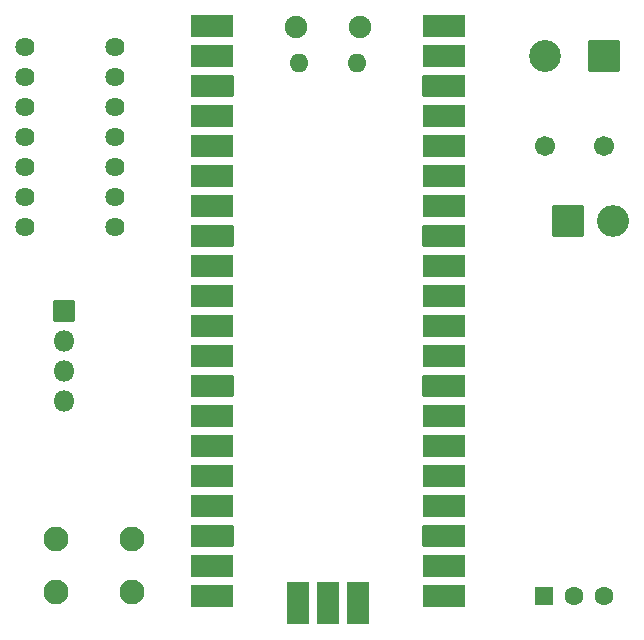
<source format=gts>
G04 #@! TF.GenerationSoftware,KiCad,Pcbnew,(6.0.6)*
G04 #@! TF.CreationDate,2022-11-08T17:25:53-05:00*
G04 #@! TF.ProjectId,pov_display,706f765f-6469-4737-906c-61792e6b6963,v01*
G04 #@! TF.SameCoordinates,Original*
G04 #@! TF.FileFunction,Soldermask,Top*
G04 #@! TF.FilePolarity,Negative*
%FSLAX46Y46*%
G04 Gerber Fmt 4.6, Leading zero omitted, Abs format (unit mm)*
G04 Created by KiCad (PCBNEW (6.0.6)) date 2022-11-08 17:25:53*
%MOMM*%
%LPD*%
G01*
G04 APERTURE LIST*
G04 Aperture macros list*
%AMRoundRect*
0 Rectangle with rounded corners*
0 $1 Rounding radius*
0 $2 $3 $4 $5 $6 $7 $8 $9 X,Y pos of 4 corners*
0 Add a 4 corners polygon primitive as box body*
4,1,4,$2,$3,$4,$5,$6,$7,$8,$9,$2,$3,0*
0 Add four circle primitives for the rounded corners*
1,1,$1+$1,$2,$3*
1,1,$1+$1,$4,$5*
1,1,$1+$1,$6,$7*
1,1,$1+$1,$8,$9*
0 Add four rect primitives between the rounded corners*
20,1,$1+$1,$2,$3,$4,$5,0*
20,1,$1+$1,$4,$5,$6,$7,0*
20,1,$1+$1,$6,$7,$8,$9,0*
20,1,$1+$1,$8,$9,$2,$3,0*%
G04 Aperture macros list end*
%ADD10C,1.625600*%
%ADD11C,2.101600*%
%ADD12RoundRect,0.050800X-1.300000X-1.300000X1.300000X-1.300000X1.300000X1.300000X-1.300000X1.300000X0*%
%ADD13O,2.701600X2.701600*%
%ADD14RoundRect,0.050800X1.300000X1.300000X-1.300000X1.300000X-1.300000X-1.300000X1.300000X-1.300000X0*%
%ADD15C,2.701600*%
%ADD16RoundRect,0.050800X-0.750000X-0.750000X0.750000X-0.750000X0.750000X0.750000X-0.750000X0.750000X0*%
%ADD17C,1.601600*%
%ADD18C,1.701600*%
%ADD19O,1.601600X1.601600*%
%ADD20O,1.901600X1.901600*%
%ADD21O,1.801600X1.801600*%
%ADD22RoundRect,0.050800X-1.750000X-0.850000X1.750000X-0.850000X1.750000X0.850000X-1.750000X0.850000X0*%
%ADD23RoundRect,0.050800X-0.850000X-0.850000X0.850000X-0.850000X0.850000X0.850000X-0.850000X0.850000X0*%
%ADD24RoundRect,0.050800X0.850000X-1.750000X0.850000X1.750000X-0.850000X1.750000X-0.850000X-1.750000X0*%
G04 APERTURE END LIST*
D10*
X72282500Y-117455500D03*
X72282500Y-114915500D03*
X72282500Y-112375500D03*
X72282500Y-109835500D03*
X72282500Y-107295500D03*
X72282500Y-104755500D03*
X72282500Y-102215500D03*
X64662500Y-102215500D03*
X64662500Y-104755500D03*
X64662500Y-107295500D03*
X64662500Y-109835500D03*
X64662500Y-112375500D03*
X64662500Y-114915500D03*
X64662500Y-117455500D03*
D11*
X73754500Y-143907500D03*
X67254500Y-143907500D03*
X73754500Y-148407500D03*
X67254500Y-148407500D03*
D12*
X110636500Y-116947500D03*
D13*
X114446500Y-116947500D03*
D14*
X113684500Y-102977500D03*
D15*
X108684500Y-102977500D03*
D16*
X108604500Y-148697500D03*
D17*
X111144500Y-148697500D03*
X113684500Y-148697500D03*
D18*
X113684500Y-110597500D03*
X108684500Y-110597500D03*
D19*
X92741500Y-103597500D03*
D20*
X87591500Y-100567500D03*
X93041500Y-100567500D03*
D19*
X87891500Y-103597500D03*
D21*
X81426500Y-100437500D03*
D22*
X80526500Y-100437500D03*
X80526500Y-102977500D03*
D21*
X81426500Y-102977500D03*
D22*
X80526500Y-105517500D03*
D23*
X81426500Y-105517500D03*
D22*
X80526500Y-108057500D03*
D21*
X81426500Y-108057500D03*
D22*
X80526500Y-110597500D03*
D21*
X81426500Y-110597500D03*
X81426500Y-113137500D03*
D22*
X80526500Y-113137500D03*
X80526500Y-115677500D03*
D21*
X81426500Y-115677500D03*
D22*
X80526500Y-118217500D03*
D23*
X81426500Y-118217500D03*
D21*
X81426500Y-120757500D03*
D22*
X80526500Y-120757500D03*
X80526500Y-123297500D03*
D21*
X81426500Y-123297500D03*
X81426500Y-125837500D03*
D22*
X80526500Y-125837500D03*
D21*
X81426500Y-128377500D03*
D22*
X80526500Y-128377500D03*
X80526500Y-130917500D03*
D23*
X81426500Y-130917500D03*
D21*
X81426500Y-133457500D03*
D22*
X80526500Y-133457500D03*
X80526500Y-135997500D03*
D21*
X81426500Y-135997500D03*
D22*
X80526500Y-138537500D03*
D21*
X81426500Y-138537500D03*
D22*
X80526500Y-141077500D03*
D21*
X81426500Y-141077500D03*
D23*
X81426500Y-143617500D03*
D22*
X80526500Y-143617500D03*
D21*
X81426500Y-146157500D03*
D22*
X80526500Y-146157500D03*
D21*
X81426500Y-148697500D03*
D22*
X80526500Y-148697500D03*
X100106500Y-148697500D03*
D21*
X99206500Y-148697500D03*
D22*
X100106500Y-146157500D03*
D21*
X99206500Y-146157500D03*
D23*
X99206500Y-143617500D03*
D22*
X100106500Y-143617500D03*
D21*
X99206500Y-141077500D03*
D22*
X100106500Y-141077500D03*
X100106500Y-138537500D03*
D21*
X99206500Y-138537500D03*
D22*
X100106500Y-135997500D03*
D21*
X99206500Y-135997500D03*
D22*
X100106500Y-133457500D03*
D21*
X99206500Y-133457500D03*
D23*
X99206500Y-130917500D03*
D22*
X100106500Y-130917500D03*
X100106500Y-128377500D03*
D21*
X99206500Y-128377500D03*
D22*
X100106500Y-125837500D03*
D21*
X99206500Y-125837500D03*
X99206500Y-123297500D03*
D22*
X100106500Y-123297500D03*
D21*
X99206500Y-120757500D03*
D22*
X100106500Y-120757500D03*
X100106500Y-118217500D03*
D23*
X99206500Y-118217500D03*
D22*
X100106500Y-115677500D03*
D21*
X99206500Y-115677500D03*
D22*
X100106500Y-113137500D03*
D21*
X99206500Y-113137500D03*
X99206500Y-110597500D03*
D22*
X100106500Y-110597500D03*
D21*
X99206500Y-108057500D03*
D22*
X100106500Y-108057500D03*
D23*
X99206500Y-105517500D03*
D22*
X100106500Y-105517500D03*
D21*
X99206500Y-102977500D03*
D22*
X100106500Y-102977500D03*
D21*
X99206500Y-100437500D03*
D22*
X100106500Y-100437500D03*
D21*
X87776500Y-148467500D03*
D24*
X87776500Y-149367500D03*
D23*
X90316500Y-148467500D03*
D24*
X90316500Y-149367500D03*
X92856500Y-149367500D03*
D21*
X92856500Y-148467500D03*
D23*
X67964500Y-124577500D03*
D21*
X67964500Y-127117500D03*
X67964500Y-129657500D03*
X67964500Y-132197500D03*
M02*

</source>
